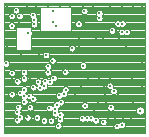
<source format=gbr>
G04 DipTrace 3.3.1.0*
G04 Ground-L2.gbr*
%MOMM*%
G04 #@! TF.FileFunction,Copper,L2,Inr*
G04 #@! TF.Part,Single*
G04 #@! TA.AperFunction,Conductor*
%ADD13C,0.153*%
G04 #@! TA.AperFunction,CopperBalancing*
%ADD16C,0.1*%
G04 #@! TA.AperFunction,ViaPad*
%ADD66C,0.306*%
%FSLAX35Y35*%
G04*
G71*
G90*
G75*
G01*
G04 Inner1*
%LPD*%
X598770Y663683D2*
D13*
X596000D1*
X159000Y959193D2*
Y971947D1*
D66*
X711757Y263457D3*
X598770Y663683D3*
X159000Y959193D3*
X611000Y844000D3*
X276087Y418913D3*
X235210Y879363D3*
X160000Y1020853D3*
X167953Y370000D3*
X160000Y1020853D3*
X1180000Y221267D3*
X272430Y1029283D3*
X509473Y291960D3*
X944610Y899110D3*
X984263Y89297D3*
X868120Y124183D3*
X804967Y138330D3*
X768527Y155850D3*
X689643Y154980D3*
X728773Y155853D3*
X330620Y414283D3*
X444087Y974937D3*
Y1061433D3*
X284000Y992000D3*
X94917Y1020823D3*
X92337Y940177D3*
X199983Y296187D3*
X367640Y427360D3*
X660050Y955727D3*
X708000Y1064000D3*
X140907Y469397D3*
X197837Y342837D3*
X1028000Y100000D3*
X140993Y208007D3*
X368000Y136000D3*
X426497Y135290D3*
X503887Y146703D3*
X474857Y270850D3*
X991500Y956770D3*
X1026540Y887000D3*
X275690Y320690D3*
X1030723Y957223D3*
X1067580Y886673D3*
X533633Y361273D3*
X496377Y348623D3*
X414940Y463483D3*
X374380Y470620D3*
X316717Y464673D3*
X243603Y343150D3*
X439113Y644403D3*
X466827Y934597D3*
X309133Y161363D3*
X459340Y235660D3*
X925000Y430620D3*
X462007Y197333D3*
X956000Y388000D3*
X505300Y186047D3*
X932000Y248000D3*
X284000Y952000D3*
X603710Y748663D3*
X413660Y243330D3*
X226927Y162927D3*
X383807Y691417D3*
X43017Y859883D3*
X75017D3*
X44927Y619730D3*
X150000Y250000D3*
X50000Y165000D3*
X140000Y50000D3*
Y140000D3*
X165000Y165000D3*
X487617Y92383D3*
X400000Y595000D3*
Y545000D3*
X280000Y50000D3*
X95000Y485000D3*
X45000Y540000D3*
X520000Y50000D3*
X321790Y692017D3*
X198047Y398690D3*
X835000Y1045000D3*
X130000Y1070000D3*
X835000Y1005000D3*
X550197Y398883D3*
X95000Y360000D3*
X197947Y492577D3*
X95000Y540000D3*
X503577Y545000D3*
X246090Y494670D3*
X350000Y595000D3*
X447473Y497527D3*
X546300Y548837D3*
X249640Y248610D3*
X170000Y695000D3*
X375243Y319800D3*
X500000Y395000D3*
Y445000D3*
X50000Y280000D3*
X45000Y575000D3*
Y505000D3*
X198003Y547657D3*
X900000Y870000D3*
X1000000Y830000D3*
X865000Y915000D3*
X870000Y830000D3*
X1060000Y770000D3*
X1100000Y730000D3*
X985000Y880000D3*
X1000000Y775000D3*
X995000Y355000D3*
X890000Y290000D3*
X1110000Y605000D3*
Y665000D3*
X1040000Y395000D3*
X1110000Y500000D3*
X820467Y292110D3*
X1029520Y600773D3*
X939640Y671423D3*
X1028457Y671760D3*
X1028893Y518687D3*
X809183Y828687D3*
X927847Y600390D3*
X870953Y599147D3*
X832557Y491927D3*
X788873Y453470D3*
X923657Y492950D3*
X750967Y681167D3*
X678497Y505567D3*
X881137Y350073D3*
X653350Y608123D3*
X671550Y324427D3*
X834837Y174527D3*
X630170Y362523D3*
X632153Y577193D3*
X905183Y146873D3*
X787903Y215367D3*
X968643Y147113D3*
X704667Y963530D3*
X880460Y674060D3*
X1103057Y146933D3*
X1037847Y147147D3*
X1116960Y297403D3*
X1103240Y238870D3*
X661680Y829730D3*
X50000Y760000D3*
Y50000D3*
X380000D3*
X50000Y665000D3*
Y380000D3*
X881647Y242757D3*
X755477Y261880D3*
X970500Y237050D3*
X1018940Y237017D3*
X725607Y390190D3*
X719827Y323330D3*
X677423Y422013D3*
X871747Y428960D3*
X666160Y756340D3*
X743430Y492620D3*
X643617Y913907D3*
X808770Y682927D3*
X642510Y705313D3*
X697763Y658167D3*
X1030000Y1110000D3*
X930000D3*
X1120000D3*
X1200000D3*
X700000D3*
X785000D3*
X585000D3*
X50000Y1010000D3*
Y910000D3*
X400000Y1110000D3*
X505000D3*
X220000D3*
X300000D3*
X50000D3*
X697017Y602090D3*
X1200000Y520000D3*
X403003Y850353D3*
X1200000Y620000D3*
Y710000D3*
X335140Y850250D3*
X1200000Y430047D3*
X197170Y191900D3*
X1200000Y300000D3*
X1160000D3*
Y140000D3*
X1200000D3*
Y810000D3*
Y910000D3*
Y1010000D3*
X620000Y50000D3*
X720000D3*
X1200000D3*
X1110000D3*
X920000D3*
X1020000D3*
X820000D3*
X31010Y1120333D2*
D16*
X1218990D1*
X31010Y1110667D2*
X1218990D1*
X31010Y1101000D2*
X1218990D1*
X31010Y1091333D2*
X109810D1*
X150190D2*
X331003D1*
X598997D2*
X698247D1*
X717747D2*
X1218990D1*
X31010Y1081667D2*
X102780D1*
X157220D2*
X331003D1*
X598997D2*
X684380D1*
X731617D2*
X1218990D1*
X31010Y1072000D2*
X100377D1*
X159623D2*
X331003D1*
X598997D2*
X679440D1*
X736557D2*
X824263D1*
X845737D2*
X1218990D1*
X31010Y1062333D2*
X101333D1*
X158667D2*
X331003D1*
X598997D2*
X678347D1*
X737650D2*
X811120D1*
X858880D2*
X1218990D1*
X31010Y1052667D2*
X106120D1*
X153880D2*
X254790D1*
X290073D2*
X331003D1*
X598997D2*
X680630D1*
X735367D2*
X806333D1*
X863667D2*
X1218990D1*
X31010Y1043000D2*
X75690D1*
X114133D2*
X119263D1*
X179253D2*
X246217D1*
X298647D2*
X331003D1*
X598997D2*
X687447D1*
X728570D2*
X805377D1*
X864623D2*
X1218990D1*
X31010Y1033333D2*
X68093D1*
X121753D2*
X133150D1*
X186850D2*
X243013D1*
X301850D2*
X331003D1*
X598997D2*
X807780D1*
X862220D2*
X1218990D1*
X31010Y1023667D2*
X65357D1*
X124467D2*
X130437D1*
X189563D2*
X243287D1*
X301577D2*
X331003D1*
X598997D2*
X812193D1*
X857807D2*
X1218990D1*
X31010Y1014000D2*
X66040D1*
X123803D2*
X131140D1*
X188860D2*
X247133D1*
X303430D2*
X331003D1*
X598997D2*
X806743D1*
X863257D2*
X1218990D1*
X31010Y1004333D2*
X70437D1*
X119407D2*
X135533D1*
X184467D2*
X257077D1*
X310913D2*
X331003D1*
X598997D2*
X805300D1*
X864700D2*
X1218990D1*
X31010Y994667D2*
X82097D1*
X107730D2*
X147253D1*
X172747D2*
X254420D1*
X313570D2*
X331003D1*
X598997D2*
X807233D1*
X862767D2*
X1218990D1*
X31010Y985000D2*
X255163D1*
X312827D2*
X331003D1*
X598997D2*
X813423D1*
X856577D2*
X985320D1*
X997670D2*
X1022507D1*
X1038940D2*
X1218990D1*
X31010Y975333D2*
X259633D1*
X308373D2*
X331003D1*
X598997D2*
X638093D1*
X682007D2*
X968620D1*
X1053980D2*
X1218990D1*
X31010Y965667D2*
X78150D1*
X106517D2*
X257760D1*
X310230D2*
X331003D1*
X598997D2*
X632133D1*
X687983D2*
X963210D1*
X1059153D2*
X1218990D1*
X31010Y956000D2*
X67390D1*
X117280D2*
X254577D1*
X313413D2*
X331003D1*
X598997D2*
X630357D1*
X689740D2*
X961803D1*
X1060403D2*
X1218990D1*
X31010Y946333D2*
X63307D1*
X121360D2*
X254870D1*
X313140D2*
X331003D1*
X598997D2*
X631940D1*
X688177D2*
X963757D1*
X1058277D2*
X1218990D1*
X31010Y936667D2*
X62857D1*
X121830D2*
X258737D1*
X309253D2*
X331003D1*
X598997D2*
X637583D1*
X682513D2*
X970027D1*
X1051753D2*
X1218990D1*
X31010Y927000D2*
X65847D1*
X118843D2*
X126003D1*
X258997D2*
X268913D1*
X299097D2*
X331003D1*
X598997D2*
X936843D1*
X952377D2*
X1218990D1*
X31010Y917333D2*
X73970D1*
X110717D2*
X126003D1*
X258997D2*
X331003D1*
X598997D2*
X921430D1*
X967787D2*
X1218990D1*
X31010Y907667D2*
X126003D1*
X258997D2*
X331003D1*
X598997D2*
X916217D1*
X973003D2*
X1005630D1*
X1088157D2*
X1218990D1*
X31010Y898000D2*
X126003D1*
X258997D2*
X331003D1*
X598997D2*
X914927D1*
X974290D2*
X999030D1*
X1094957D2*
X1218990D1*
X31010Y888333D2*
X126003D1*
X263470D2*
X917017D1*
X972200D2*
X996860D1*
X1097240D2*
X1218990D1*
X31010Y878667D2*
X126003D1*
X264897D2*
X923463D1*
X965757D2*
X998073D1*
X1096147D2*
X1218990D1*
X31010Y869000D2*
X126003D1*
X262983D2*
X1003190D1*
X1091187D2*
X1218990D1*
X31010Y859333D2*
X126003D1*
X258997D2*
X1017917D1*
X1035170D2*
X1057857D1*
X1077320D2*
X1218990D1*
X31010Y849667D2*
X126003D1*
X258997D2*
X1218990D1*
X31010Y840000D2*
X126003D1*
X258997D2*
X1218990D1*
X31010Y830333D2*
X126003D1*
X258997D2*
X1218990D1*
X31010Y820667D2*
X126003D1*
X258997D2*
X1218990D1*
X31010Y811000D2*
X126003D1*
X258997D2*
X1218990D1*
X31010Y801333D2*
X126003D1*
X258997D2*
X1218990D1*
X31010Y791667D2*
X126003D1*
X258997D2*
X1218990D1*
X31010Y782000D2*
X126003D1*
X258997D2*
X1218990D1*
X31010Y772333D2*
X126003D1*
X258997D2*
X586470D1*
X620930D2*
X1218990D1*
X31010Y762667D2*
X126003D1*
X258997D2*
X577663D1*
X629760D2*
X1218990D1*
X31010Y753000D2*
X126003D1*
X258997D2*
X574343D1*
X633080D2*
X1218990D1*
X31010Y743333D2*
X126003D1*
X258997D2*
X574517D1*
X632903D2*
X1218990D1*
X31010Y733667D2*
X578247D1*
X629173D2*
X1218990D1*
X31010Y724000D2*
X588033D1*
X619390D2*
X1218990D1*
X31010Y714333D2*
X365533D1*
X402083D2*
X1218990D1*
X31010Y704667D2*
X357350D1*
X410267D2*
X1218990D1*
X31010Y695000D2*
X354323D1*
X413277D2*
X1218990D1*
X31010Y685333D2*
X354753D1*
X412847D2*
X1218990D1*
X31010Y675667D2*
X358813D1*
X408803D2*
X1218990D1*
X31010Y666000D2*
X369480D1*
X398140D2*
X419207D1*
X459017D2*
X1218990D1*
X31010Y656333D2*
X412017D1*
X466223D2*
X1218990D1*
X55833Y646667D2*
X409497D1*
X468723D2*
X1218990D1*
X68843Y637000D2*
X410377D1*
X467847D2*
X1218990D1*
X73607Y627333D2*
X415043D1*
X463177D2*
X682370D1*
X711673D2*
X1218990D1*
X74543Y617667D2*
X381393D1*
X418607D2*
X427680D1*
X450540D2*
X671920D1*
X722123D2*
X1218990D1*
X72123Y608000D2*
X373403D1*
X426597D2*
X667937D1*
X726107D2*
X1218990D1*
X65053Y598333D2*
X370493D1*
X429507D2*
X667563D1*
X726480D2*
X1218990D1*
X31010Y588667D2*
X371003D1*
X428997D2*
X670650D1*
X723393D2*
X1218990D1*
X31010Y579000D2*
X375180D1*
X424820D2*
X678970D1*
X715053D2*
X1218990D1*
X31010Y569333D2*
X178190D1*
X217807D2*
X383777D1*
X416223D2*
X525200D1*
X567397D2*
X1218990D1*
X31010Y559667D2*
X73093D1*
X116907D2*
X170943D1*
X225073D2*
X374323D1*
X425677D2*
X518717D1*
X573880D2*
X1218990D1*
X31010Y550000D2*
X67097D1*
X122903D2*
X168403D1*
X227610D2*
X370747D1*
X429253D2*
X516627D1*
X575970D2*
X1218990D1*
X31010Y540333D2*
X65300D1*
X124700D2*
X169243D1*
X226753D2*
X370690D1*
X429310D2*
X517897D1*
X574700D2*
X1218990D1*
X31010Y530667D2*
X66860D1*
X123140D2*
X173873D1*
X222143D2*
X374127D1*
X425873D2*
X523073D1*
X569507D2*
X1218990D1*
X31010Y521000D2*
X72487D1*
X117513D2*
X186373D1*
X209643D2*
X383267D1*
X416733D2*
X429967D1*
X464993D2*
X538307D1*
X554290D2*
X1218990D1*
X31010Y511333D2*
X92623D1*
X97377D2*
X175220D1*
X220677D2*
X421313D1*
X473627D2*
X1218990D1*
X31010Y501667D2*
X169733D1*
X226167D2*
X418073D1*
X476870D2*
X1218990D1*
X31010Y492000D2*
X122213D1*
X159583D2*
X168247D1*
X227650D2*
X306940D1*
X326497D2*
X354223D1*
X394527D2*
X410710D1*
X476633D2*
X1218990D1*
X31010Y482333D2*
X114283D1*
X225757D2*
X293093D1*
X340347D2*
X347173D1*
X472827D2*
X1218990D1*
X31010Y472667D2*
X111393D1*
X170423D2*
X176277D1*
X219623D2*
X288150D1*
X462807D2*
X1218990D1*
X31010Y463000D2*
X111920D1*
X169877D2*
X287057D1*
X444643D2*
X1218990D1*
X31010Y453333D2*
X116120D1*
X165697D2*
X289360D1*
X344077D2*
X350473D1*
X442787D2*
X906450D1*
X943550D2*
X1218990D1*
X31010Y443667D2*
X127193D1*
X154623D2*
X260553D1*
X337280D2*
X343030D1*
X436693D2*
X898443D1*
X951557D2*
X1218990D1*
X31010Y434000D2*
X250670D1*
X301497D2*
X308760D1*
X396557D2*
X895493D1*
X954507D2*
X1218990D1*
X31010Y424333D2*
X184167D1*
X211927D2*
X246900D1*
X397180D2*
X535923D1*
X564467D2*
X896003D1*
X953997D2*
X1218990D1*
X31010Y414667D2*
X173210D1*
X222883D2*
X246707D1*
X394390D2*
X525220D1*
X575170D2*
X900143D1*
X967610D2*
X1218990D1*
X31010Y405000D2*
X169050D1*
X227043D2*
X249987D1*
X386633D2*
X521157D1*
X579233D2*
X911060D1*
X980130D2*
X1218990D1*
X31010Y395333D2*
X153463D1*
X227553D2*
X258717D1*
X293450D2*
X308073D1*
X353177D2*
X520710D1*
X579680D2*
X927253D1*
X984740D2*
X1218990D1*
X31010Y385667D2*
X81157D1*
X108843D2*
X142917D1*
X224623D2*
X327427D1*
X333803D2*
X517507D1*
X576673D2*
X926393D1*
X985600D2*
X1218990D1*
X31010Y376000D2*
X70180D1*
X119820D2*
X138893D1*
X216617D2*
X486763D1*
X568510D2*
X928930D1*
X983080D2*
X1218990D1*
X31010Y366333D2*
X66003D1*
X123997D2*
X138483D1*
X215327D2*
X225690D1*
X261517D2*
X472800D1*
X562883D2*
X936177D1*
X975813D2*
X1218990D1*
X31010Y356667D2*
X65493D1*
X124507D2*
X141530D1*
X269917D2*
X467820D1*
X562963D2*
X1218990D1*
X31010Y347000D2*
X68403D1*
X121597D2*
X149790D1*
X288157D2*
X466723D1*
X559527D2*
X1218990D1*
X31010Y337333D2*
X76393D1*
X113607D2*
X168677D1*
X300073D2*
X468990D1*
X550463D2*
X1218990D1*
X31010Y327667D2*
X172467D1*
X304527D2*
X475767D1*
X516987D2*
X1218990D1*
X31010Y318000D2*
X180337D1*
X219643D2*
X228777D1*
X305267D2*
X496413D1*
X522533D2*
X1218990D1*
X31010Y308333D2*
X172973D1*
X226987D2*
X248793D1*
X302593D2*
X484907D1*
X534037D2*
X1218990D1*
X31010Y298667D2*
X170397D1*
X229583D2*
X256293D1*
X295093D2*
X466783D1*
X538373D2*
X1218990D1*
X31010Y289000D2*
X171197D1*
X228763D2*
X451627D1*
X539017D2*
X697663D1*
X725833D2*
X1218990D1*
X31010Y279333D2*
X175747D1*
X224213D2*
X446430D1*
X536243D2*
X686843D1*
X736673D2*
X1218990D1*
X31010Y269667D2*
X128093D1*
X171907D2*
X188013D1*
X211947D2*
X229147D1*
X270150D2*
X401257D1*
X426070D2*
X445180D1*
X528550D2*
X682740D1*
X740777D2*
X912173D1*
X951830D2*
X1218990D1*
X31010Y260000D2*
X122097D1*
X177903D2*
X222290D1*
X276987D2*
X389303D1*
X438020D2*
X443143D1*
X502437D2*
X682270D1*
X741243D2*
X904927D1*
X959077D2*
X1218990D1*
X31010Y250333D2*
X120300D1*
X179700D2*
X219987D1*
X279290D2*
X384830D1*
X495930D2*
X685240D1*
X738277D2*
X902390D1*
X961597D2*
X1159107D1*
X1200483D2*
X1218990D1*
X31010Y240667D2*
X121860D1*
X178140D2*
X221060D1*
X278217D2*
X384087D1*
X488607D2*
X693307D1*
X730210D2*
X903247D1*
X960757D2*
X1149633D1*
X1209957D2*
X1218990D1*
X31010Y231000D2*
X122820D1*
X172513D2*
X225983D1*
X273293D2*
X386743D1*
X488667D2*
X907877D1*
X956127D2*
X1145180D1*
X31010Y221333D2*
X114577D1*
X167417D2*
X239713D1*
X259563D2*
X394223D1*
X485210D2*
X920397D1*
X943607D2*
X1143793D1*
X31010Y211667D2*
X111530D1*
X170463D2*
X436140D1*
X519233D2*
X1145220D1*
X31010Y202000D2*
X111920D1*
X170053D2*
X432680D1*
X530150D2*
X1149733D1*
X1209857D2*
X1218990D1*
X31010Y192333D2*
X115943D1*
X174760D2*
X432740D1*
X534310D2*
X1159420D1*
X1200170D2*
X1218990D1*
X31010Y182667D2*
X126510D1*
X188627D2*
X205083D1*
X248763D2*
X288893D1*
X329370D2*
X436333D1*
X534800D2*
X681080D1*
X698197D2*
X717543D1*
X740013D2*
X757310D1*
X779760D2*
X1218990D1*
X31010Y173000D2*
X136430D1*
X193570D2*
X199050D1*
X254800D2*
X281900D1*
X336360D2*
X445787D1*
X531870D2*
X666313D1*
X792533D2*
X1218990D1*
X31010Y163333D2*
X122290D1*
X256617D2*
X279497D1*
X338763D2*
X358247D1*
X377747D2*
X419400D1*
X433607D2*
X479497D1*
X528277D2*
X661177D1*
X820053D2*
X1218990D1*
X31010Y153667D2*
X113757D1*
X192377D2*
X198747D1*
X255093D2*
X280493D1*
X337787D2*
X344380D1*
X391617D2*
X403443D1*
X449543D2*
X475043D1*
X532730D2*
X659967D1*
X830230D2*
X1218990D1*
X31010Y144000D2*
X110573D1*
X185560D2*
X204360D1*
X249507D2*
X285280D1*
X332983D2*
X339440D1*
X454837D2*
X474323D1*
X533450D2*
X662133D1*
X834097D2*
X846353D1*
X889877D2*
X1218990D1*
X31010Y134333D2*
X110867D1*
X169133D2*
X223463D1*
X230407D2*
X298483D1*
X319780D2*
X338347D1*
X456187D2*
X476997D1*
X530777D2*
X668717D1*
X834390D2*
X840280D1*
X895970D2*
X1218990D1*
X31010Y124667D2*
X114733D1*
X165267D2*
X340630D1*
X454153D2*
X484497D1*
X523277D2*
X778737D1*
X831207D2*
X838407D1*
X897807D2*
X1012330D1*
X1043667D2*
X1218990D1*
X31010Y115000D2*
X124907D1*
X155093D2*
X347447D1*
X388570D2*
X405200D1*
X447787D2*
X468950D1*
X506283D2*
X787253D1*
X822690D2*
X839927D1*
X896303D2*
X970493D1*
X1053470D2*
X1218990D1*
X31010Y105333D2*
X461003D1*
X514233D2*
X845473D1*
X890757D2*
X959460D1*
X1057200D2*
X1218990D1*
X31010Y95667D2*
X458110D1*
X517123D2*
X863873D1*
X872357D2*
X955280D1*
X1057377D2*
X1218990D1*
X31010Y86000D2*
X458640D1*
X516597D2*
X954753D1*
X1054057D2*
X1218990D1*
X31010Y76333D2*
X462820D1*
X512417D2*
X957663D1*
X1045230D2*
X1218990D1*
X31010Y66667D2*
X473873D1*
X501360D2*
X965610D1*
X1002923D2*
X1218990D1*
X31010Y57000D2*
X1218990D1*
X31010Y47333D2*
X1218990D1*
X31010Y37667D2*
X1218990D1*
X412417Y689163D2*
X411713Y684717D1*
X410323Y680433D1*
X408277Y676420D1*
X405630Y672777D1*
X402447Y669593D1*
X398803Y666947D1*
X394790Y664900D1*
X390507Y663510D1*
X386060Y662807D1*
X381553D1*
X377107Y663510D1*
X372823Y664900D1*
X368810Y666947D1*
X365167Y669593D1*
X361983Y672777D1*
X359337Y676420D1*
X357290Y680433D1*
X355900Y684717D1*
X355197Y689163D1*
Y693670D1*
X355900Y698117D1*
X357290Y702400D1*
X359337Y706413D1*
X361983Y710057D1*
X365167Y713240D1*
X368810Y715887D1*
X372823Y717933D1*
X377107Y719323D1*
X381553Y720027D1*
X386060D1*
X390507Y719323D1*
X394790Y717933D1*
X398803Y715887D1*
X402447Y713240D1*
X405630Y710057D1*
X408277Y706413D1*
X410323Y702400D1*
X411713Y698117D1*
X412417Y693670D1*
Y689163D1*
X73537Y617477D2*
X72833Y613030D1*
X71443Y608747D1*
X69397Y604733D1*
X66750Y601090D1*
X63567Y597907D1*
X59923Y595260D1*
X55910Y593213D1*
X51627Y591823D1*
X47180Y591120D1*
X42673D1*
X38227Y591823D1*
X33943Y593213D1*
X30000Y595220D1*
Y30020D1*
X1219980Y30000D1*
X1220000Y1129980D1*
X30020Y1130000D1*
X30000Y644237D1*
X33943Y646247D1*
X38227Y647637D1*
X42673Y648340D1*
X47180D1*
X51627Y647637D1*
X55910Y646247D1*
X59923Y644200D1*
X63567Y641553D1*
X66750Y638370D1*
X69397Y634727D1*
X71443Y630713D1*
X72833Y626430D1*
X73537Y621983D1*
Y617477D1*
X178610Y247747D2*
X177907Y243300D1*
X176517Y239017D1*
X174470Y235003D1*
X171823Y231360D1*
X168640Y228177D1*
X164997Y225530D1*
X164097Y225027D1*
X166567Y221037D1*
X168290Y216877D1*
X169340Y212497D1*
X169693Y208007D1*
X169340Y203517D1*
X168290Y199137D1*
X166567Y194977D1*
X165847Y193693D1*
X169490Y193347D1*
X173870Y192297D1*
X178030Y190573D1*
X181870Y188220D1*
X185293Y185293D1*
X188220Y181870D1*
X190573Y178030D1*
X192297Y173870D1*
X193347Y169490D1*
X193700Y165000D1*
X193347Y160510D1*
X192297Y156130D1*
X190573Y151970D1*
X188220Y148130D1*
X185293Y144707D1*
X181870Y141780D1*
X178030Y139427D1*
X173870Y137703D1*
X169490Y136653D1*
X168483Y136533D1*
X167907Y133300D1*
X166517Y129017D1*
X164470Y125003D1*
X161823Y121360D1*
X158640Y118177D1*
X154997Y115530D1*
X150983Y113483D1*
X146700Y112093D1*
X142253Y111390D1*
X137747D1*
X133300Y112093D1*
X129017Y113483D1*
X125003Y115530D1*
X121360Y118177D1*
X118177Y121360D1*
X115530Y125003D1*
X113483Y129017D1*
X112093Y133300D1*
X111390Y137747D1*
Y142253D1*
X112093Y146700D1*
X113483Y150983D1*
X115530Y154997D1*
X118177Y158640D1*
X121360Y161823D1*
X125003Y164470D1*
X129017Y166517D1*
X133300Y167907D1*
X136517Y168467D1*
X137093Y171700D1*
X138483Y175983D1*
X140147Y179313D1*
X136503Y179660D1*
X132123Y180710D1*
X127963Y182433D1*
X124123Y184787D1*
X120700Y187713D1*
X117773Y191137D1*
X115420Y194977D1*
X113697Y199137D1*
X112647Y203517D1*
X112293Y208007D1*
X112647Y212497D1*
X113697Y216877D1*
X115420Y221037D1*
X117773Y224877D1*
X120700Y228300D1*
X124123Y231227D1*
X126897Y232980D1*
X124427Y236970D1*
X122703Y241130D1*
X121653Y245510D1*
X121300Y250000D1*
X121653Y254490D1*
X122703Y258870D1*
X124427Y263030D1*
X126780Y266870D1*
X129707Y270293D1*
X133130Y273220D1*
X136970Y275573D1*
X141130Y277297D1*
X145510Y278347D1*
X150000Y278700D1*
X154490Y278347D1*
X158870Y277297D1*
X163030Y275573D1*
X166870Y273220D1*
X170293Y270293D1*
X173220Y266870D1*
X175573Y263030D1*
X177297Y258870D1*
X178347Y254490D1*
X178700Y250000D1*
X178610Y247747D1*
X516227Y90130D2*
X515523Y85683D1*
X514133Y81400D1*
X512087Y77387D1*
X509440Y73743D1*
X506257Y70560D1*
X502613Y67913D1*
X498600Y65867D1*
X494317Y64477D1*
X489870Y63773D1*
X485363D1*
X480917Y64477D1*
X476633Y65867D1*
X472620Y67913D1*
X468977Y70560D1*
X465793Y73743D1*
X463147Y77387D1*
X461100Y81400D1*
X459710Y85683D1*
X459007Y90130D1*
Y94637D1*
X459710Y99083D1*
X461100Y103367D1*
X463147Y107380D1*
X465793Y111023D1*
X468977Y114207D1*
X472620Y116853D1*
X476633Y118900D1*
X480917Y120290D1*
X485363Y120993D1*
X489870D1*
X491537Y120797D1*
X488890Y122233D1*
X485247Y124880D1*
X482063Y128063D1*
X479417Y131707D1*
X477370Y135720D1*
X475980Y140003D1*
X475277Y144450D1*
Y148957D1*
X475980Y153403D1*
X477370Y157687D1*
X479417Y161700D1*
X482063Y165343D1*
X483730Y167123D1*
X480830Y171050D1*
X479133Y174303D1*
X475037Y171760D1*
X470877Y170037D1*
X466497Y168987D1*
X462007Y168633D1*
X457517Y168987D1*
X453137Y170037D1*
X448977Y171760D1*
X445137Y174113D1*
X441713Y177040D1*
X438787Y180463D1*
X436433Y184303D1*
X434710Y188463D1*
X433660Y192843D1*
X433307Y197333D1*
X433660Y201823D1*
X434710Y206203D1*
X436433Y210363D1*
X438787Y214203D1*
X439413Y214997D1*
X436120Y218790D1*
X433697Y222783D1*
X430530Y220110D1*
X426690Y217757D1*
X422530Y216033D1*
X418150Y214983D1*
X413660Y214630D1*
X409170Y214983D1*
X404790Y216033D1*
X400630Y217757D1*
X396790Y220110D1*
X393367Y223037D1*
X390440Y226460D1*
X388087Y230300D1*
X386363Y234460D1*
X385313Y238840D1*
X384960Y243330D1*
X385313Y247820D1*
X386363Y252200D1*
X388087Y256360D1*
X390440Y260200D1*
X393367Y263623D1*
X396790Y266550D1*
X400630Y268903D1*
X404790Y270627D1*
X409170Y271677D1*
X413660Y272030D1*
X418150Y271677D1*
X422530Y270627D1*
X426690Y268903D1*
X430530Y266550D1*
X433953Y263623D1*
X436880Y260200D1*
X439303Y256207D1*
X442470Y258880D1*
X446310Y261233D1*
X447613Y261833D1*
X446510Y266360D1*
X446157Y270850D1*
X446510Y275340D1*
X447560Y279720D1*
X449283Y283880D1*
X451637Y287720D1*
X454563Y291143D1*
X457987Y294070D1*
X461827Y296423D1*
X465987Y298147D1*
X470367Y299197D1*
X474857Y299550D1*
X479347Y299197D1*
X481583Y298750D1*
X482957Y302943D1*
X485003Y306957D1*
X487650Y310600D1*
X490833Y313783D1*
X494477Y316430D1*
X498490Y318477D1*
X502773Y319867D1*
X507220Y320570D1*
X511727D1*
X516173Y319867D1*
X520457Y318477D1*
X524470Y316430D1*
X528113Y313783D1*
X531297Y310600D1*
X533943Y306957D1*
X535990Y302943D1*
X537380Y298660D1*
X538083Y294213D1*
Y289707D1*
X537380Y285260D1*
X535990Y280977D1*
X533943Y276963D1*
X531297Y273320D1*
X528113Y270137D1*
X524470Y267490D1*
X520457Y265443D1*
X516173Y264053D1*
X511727Y263350D1*
X507220D1*
X502747Y264060D1*
X501373Y259867D1*
X499327Y255853D1*
X496680Y252210D1*
X493497Y249027D1*
X489853Y246380D1*
X486583Y244677D1*
X487687Y240150D1*
X488040Y235660D1*
X487687Y231170D1*
X486637Y226790D1*
X484913Y222630D1*
X482560Y218790D1*
X481933Y217997D1*
X485227Y214203D1*
X487580Y210363D1*
X488173Y209077D1*
X492270Y211620D1*
X496430Y213343D1*
X500810Y214393D1*
X505300Y214747D1*
X509790Y214393D1*
X514170Y213343D1*
X518330Y211620D1*
X522170Y209267D1*
X525593Y206340D1*
X528520Y202917D1*
X530873Y199077D1*
X532597Y194917D1*
X533647Y190537D1*
X534000Y186047D1*
X533647Y181557D1*
X532597Y177177D1*
X530873Y173017D1*
X528520Y169177D1*
X525457Y165627D1*
X528357Y161700D1*
X530403Y157687D1*
X531793Y153403D1*
X532497Y148957D1*
Y144450D1*
X531793Y140003D1*
X530403Y135720D1*
X528357Y131707D1*
X525710Y128063D1*
X522527Y124880D1*
X518883Y122233D1*
X514870Y120187D1*
X510587Y118797D1*
X506140Y118093D1*
X501633D1*
X499967Y118290D1*
X502613Y116853D1*
X506257Y114207D1*
X509440Y111023D1*
X512087Y107380D1*
X514133Y103367D1*
X515523Y99083D1*
X516227Y94637D1*
Y90130D1*
X428610Y592747D2*
X427907Y588300D1*
X426517Y584017D1*
X424470Y580003D1*
X421823Y576360D1*
X418640Y573177D1*
X414997Y570530D1*
X414067Y570010D1*
X416870Y568220D1*
X420293Y565293D1*
X423220Y561870D1*
X425573Y558030D1*
X427297Y553870D1*
X428347Y549490D1*
X428700Y545000D1*
X428347Y540510D1*
X427297Y536130D1*
X425573Y531970D1*
X423220Y528130D1*
X420293Y524707D1*
X416870Y521780D1*
X413030Y519427D1*
X408870Y517703D1*
X404490Y516653D1*
X400000Y516300D1*
X395510Y516653D1*
X391130Y517703D1*
X386970Y519427D1*
X383130Y521780D1*
X379707Y524707D1*
X376780Y528130D1*
X374427Y531970D1*
X372703Y536130D1*
X371653Y540510D1*
X371300Y545000D1*
X371653Y549490D1*
X372703Y553870D1*
X374427Y558030D1*
X376780Y561870D1*
X379707Y565293D1*
X383130Y568220D1*
X385933Y569990D1*
X383130Y571780D1*
X379707Y574707D1*
X376780Y578130D1*
X374427Y581970D1*
X372703Y586130D1*
X371653Y590510D1*
X371300Y595000D1*
X371653Y599490D1*
X372703Y603870D1*
X374427Y608030D1*
X376780Y611870D1*
X379707Y615293D1*
X383130Y618220D1*
X386970Y620573D1*
X391130Y622297D1*
X395510Y623347D1*
X400000Y623700D1*
X404490Y623347D1*
X408870Y622297D1*
X413030Y620573D1*
X416870Y618220D1*
X420293Y615293D1*
X423220Y611870D1*
X425573Y608030D1*
X427297Y603870D1*
X428347Y599490D1*
X428700Y595000D1*
X428610Y592747D1*
X226657Y396437D2*
X225953Y391990D1*
X224563Y387707D1*
X222517Y383693D1*
X219870Y380050D1*
X216687Y376867D1*
X213043Y374220D1*
X209030Y372173D1*
X204547Y370743D1*
X208820Y369353D1*
X212833Y367307D1*
X216477Y364660D1*
X219660Y361477D1*
X220593Y360293D1*
X223310Y363443D1*
X226733Y366370D1*
X230573Y368723D1*
X234733Y370447D1*
X239113Y371497D1*
X243603Y371850D1*
X248093Y371497D1*
X252473Y370447D1*
X256633Y368723D1*
X260473Y366370D1*
X263897Y363443D1*
X266823Y360020D1*
X269177Y356180D1*
X270900Y352020D1*
X271660Y349100D1*
X275690Y349390D1*
X280180Y349037D1*
X284560Y347987D1*
X288720Y346263D1*
X292560Y343910D1*
X295983Y340983D1*
X298910Y337560D1*
X301263Y333720D1*
X302987Y329560D1*
X304037Y325180D1*
X304390Y320690D1*
X304037Y316200D1*
X302987Y311820D1*
X301263Y307660D1*
X298910Y303820D1*
X295983Y300397D1*
X292560Y297470D1*
X288720Y295117D1*
X284560Y293393D1*
X280180Y292343D1*
X275690Y291990D1*
X271200Y292343D1*
X266820Y293393D1*
X262660Y295117D1*
X258820Y297470D1*
X255397Y300397D1*
X252470Y303820D1*
X250117Y307660D1*
X248393Y311820D1*
X247633Y314740D1*
X243603Y314450D1*
X239113Y314803D1*
X234733Y315853D1*
X230573Y317577D1*
X226733Y319930D1*
X223310Y322857D1*
X220847Y325693D1*
X218130Y322543D1*
X215557Y320287D1*
X218623Y318010D1*
X221807Y314827D1*
X224453Y311183D1*
X226500Y307170D1*
X227890Y302887D1*
X228593Y298440D1*
Y293933D1*
X227890Y289487D1*
X226500Y285203D1*
X224453Y281190D1*
X221807Y277547D1*
X218623Y274363D1*
X214980Y271717D1*
X210967Y269670D1*
X206683Y268280D1*
X202237Y267577D1*
X197730D1*
X193283Y268280D1*
X189000Y269670D1*
X184987Y271717D1*
X181343Y274363D1*
X178160Y277547D1*
X175513Y281190D1*
X173467Y285203D1*
X172077Y289487D1*
X171373Y293933D1*
Y298440D1*
X172077Y302887D1*
X173467Y307170D1*
X175513Y311183D1*
X178160Y314827D1*
X181343Y318010D1*
X182263Y318737D1*
X179197Y321013D1*
X176013Y324197D1*
X173367Y327840D1*
X171320Y331853D1*
X169930Y336137D1*
X169227Y340583D1*
X169197Y341333D1*
X165700Y341390D1*
X161253Y342093D1*
X156970Y343483D1*
X152957Y345530D1*
X149313Y348177D1*
X146130Y351360D1*
X143483Y355003D1*
X141437Y359017D1*
X140047Y363300D1*
X139343Y367747D1*
Y372253D1*
X140047Y376700D1*
X141437Y380983D1*
X143483Y384997D1*
X146130Y388640D1*
X149313Y391823D1*
X152957Y394470D1*
X156970Y396517D1*
X161253Y397907D1*
X165700Y398610D1*
X169347Y398690D1*
X169700Y403180D1*
X170750Y407560D1*
X172473Y411720D1*
X174827Y415560D1*
X177753Y418983D1*
X181177Y421910D1*
X185017Y424263D1*
X189177Y425987D1*
X193557Y427037D1*
X198047Y427390D1*
X202537Y427037D1*
X206917Y425987D1*
X211077Y424263D1*
X214917Y421910D1*
X218340Y418983D1*
X221267Y415560D1*
X223620Y411720D1*
X225343Y407560D1*
X226393Y403180D1*
X226747Y398690D1*
X226657Y396437D1*
X863610Y1042747D2*
X862907Y1038300D1*
X861517Y1034017D1*
X859470Y1030003D1*
X856823Y1026360D1*
X855573Y1025010D1*
X858220Y1021870D1*
X860573Y1018030D1*
X862297Y1013870D1*
X863347Y1009490D1*
X863700Y1005000D1*
X863347Y1000510D1*
X862297Y996130D1*
X860573Y991970D1*
X858220Y988130D1*
X855293Y984707D1*
X851870Y981780D1*
X848030Y979427D1*
X843870Y977703D1*
X839490Y976653D1*
X835000Y976300D1*
X830510Y976653D1*
X826130Y977703D1*
X821970Y979427D1*
X818130Y981780D1*
X814707Y984707D1*
X811780Y988130D1*
X809427Y991970D1*
X807703Y996130D1*
X806653Y1000510D1*
X806300Y1005000D1*
X806653Y1009490D1*
X807703Y1013870D1*
X809427Y1018030D1*
X811780Y1021870D1*
X814427Y1024990D1*
X811780Y1028130D1*
X809427Y1031970D1*
X807703Y1036130D1*
X806653Y1040510D1*
X806300Y1045000D1*
X806653Y1049490D1*
X807703Y1053870D1*
X809427Y1058030D1*
X811780Y1061870D1*
X814707Y1065293D1*
X818130Y1068220D1*
X821970Y1070573D1*
X826130Y1072297D1*
X830510Y1073347D1*
X835000Y1073700D1*
X839490Y1073347D1*
X843870Y1072297D1*
X848030Y1070573D1*
X851870Y1068220D1*
X855293Y1065293D1*
X858220Y1061870D1*
X860573Y1058030D1*
X862297Y1053870D1*
X863347Y1049490D1*
X863700Y1045000D1*
X863610Y1042747D1*
X158610Y1067747D2*
X157907Y1063300D1*
X156517Y1059017D1*
X154470Y1055003D1*
X151823Y1051360D1*
X148640Y1048177D1*
X144997Y1045530D1*
X140983Y1043483D1*
X136700Y1042093D1*
X132253Y1041390D1*
X127747D1*
X123300Y1042093D1*
X119017Y1043483D1*
X115003Y1045530D1*
X111360Y1048177D1*
X108177Y1051360D1*
X105530Y1055003D1*
X103483Y1059017D1*
X102093Y1063300D1*
X101390Y1067747D1*
Y1072253D1*
X102093Y1076700D1*
X103483Y1080983D1*
X105530Y1084997D1*
X108177Y1088640D1*
X111360Y1091823D1*
X115003Y1094470D1*
X119017Y1096517D1*
X123300Y1097907D1*
X127747Y1098610D1*
X132253D1*
X136700Y1097907D1*
X140983Y1096517D1*
X144997Y1094470D1*
X148640Y1091823D1*
X151823Y1088640D1*
X154470Y1084997D1*
X156517Y1080983D1*
X157907Y1076700D1*
X158610Y1072253D1*
Y1067747D1*
X578807Y396630D2*
X578103Y392183D1*
X576713Y387900D1*
X574667Y383887D1*
X572020Y380243D1*
X568837Y377060D1*
X565193Y374413D1*
X561180Y372367D1*
X560247Y372023D1*
X561540Y367973D1*
X562243Y363527D1*
Y359020D1*
X561540Y354573D1*
X560150Y350290D1*
X558103Y346277D1*
X555457Y342633D1*
X552273Y339450D1*
X548630Y336803D1*
X544617Y334757D1*
X540333Y333367D1*
X535887Y332663D1*
X531380D1*
X526933Y333367D1*
X522650Y334757D1*
X521730Y335183D1*
X519597Y331753D1*
X516670Y328330D1*
X513247Y325403D1*
X509407Y323050D1*
X505247Y321327D1*
X500867Y320277D1*
X496377Y319923D1*
X491887Y320277D1*
X487507Y321327D1*
X483347Y323050D1*
X479507Y325403D1*
X476083Y328330D1*
X473157Y331753D1*
X470803Y335593D1*
X469080Y339753D1*
X468030Y344133D1*
X467677Y348623D1*
X468030Y353113D1*
X469080Y357493D1*
X470803Y361653D1*
X473157Y365493D1*
X476083Y368917D1*
X479507Y371843D1*
X483347Y374197D1*
X487507Y375920D1*
X491887Y376970D1*
X496377Y377323D1*
X500867Y376970D1*
X505247Y375920D1*
X508280Y374713D1*
X510413Y378143D1*
X513340Y381567D1*
X516763Y384493D1*
X520603Y386847D1*
X523583Y388133D1*
X522290Y392183D1*
X521587Y396630D1*
Y401137D1*
X522290Y405583D1*
X523680Y409867D1*
X525727Y413880D1*
X528373Y417523D1*
X531557Y420707D1*
X535200Y423353D1*
X539213Y425400D1*
X543497Y426790D1*
X547943Y427493D1*
X552450D1*
X556897Y426790D1*
X561180Y425400D1*
X565193Y423353D1*
X568837Y420707D1*
X572020Y417523D1*
X574667Y413880D1*
X576713Y409867D1*
X578103Y405583D1*
X578807Y401137D1*
Y396630D1*
X123610Y357747D2*
X122907Y353300D1*
X121517Y349017D1*
X119470Y345003D1*
X116823Y341360D1*
X113640Y338177D1*
X109997Y335530D1*
X105983Y333483D1*
X101700Y332093D1*
X97253Y331390D1*
X92747D1*
X88300Y332093D1*
X84017Y333483D1*
X80003Y335530D1*
X76360Y338177D1*
X73177Y341360D1*
X70530Y345003D1*
X68483Y349017D1*
X67093Y353300D1*
X66390Y357747D1*
Y362253D1*
X67093Y366700D1*
X68483Y370983D1*
X70530Y374997D1*
X73177Y378640D1*
X76360Y381823D1*
X80003Y384470D1*
X84017Y386517D1*
X88300Y387907D1*
X92747Y388610D1*
X97253D1*
X101700Y387907D1*
X105983Y386517D1*
X109997Y384470D1*
X113640Y381823D1*
X116823Y378640D1*
X119470Y374997D1*
X121517Y370983D1*
X122907Y366700D1*
X123610Y362253D1*
Y357747D1*
X226557Y490323D2*
X225853Y485877D1*
X224463Y481593D1*
X222417Y477580D1*
X219770Y473937D1*
X216587Y470753D1*
X212943Y468107D1*
X208930Y466060D1*
X204647Y464670D1*
X200200Y463967D1*
X195693D1*
X191247Y464670D1*
X186963Y466060D1*
X182950Y468107D1*
X179307Y470753D1*
X176123Y473937D1*
X173477Y477580D1*
X171430Y481593D1*
X170040Y485877D1*
X169337Y490323D1*
Y494830D1*
X170040Y499277D1*
X171430Y503560D1*
X173477Y507573D1*
X176123Y511217D1*
X179307Y514400D1*
X182950Y517047D1*
X186963Y519093D1*
X189933Y520113D1*
X187020Y521140D1*
X183007Y523187D1*
X179363Y525833D1*
X176180Y529017D1*
X173533Y532660D1*
X171487Y536673D1*
X170097Y540957D1*
X169393Y545403D1*
Y549910D1*
X170097Y554357D1*
X171487Y558640D1*
X173533Y562653D1*
X176180Y566297D1*
X179363Y569480D1*
X183007Y572127D1*
X187020Y574173D1*
X191303Y575563D1*
X195750Y576267D1*
X200257D1*
X204703Y575563D1*
X208987Y574173D1*
X213000Y572127D1*
X216643Y569480D1*
X219827Y566297D1*
X222473Y562653D1*
X224520Y558640D1*
X225910Y554357D1*
X226613Y549910D1*
Y545403D1*
X225910Y540957D1*
X224520Y536673D1*
X222473Y532660D1*
X219827Y529017D1*
X216643Y525833D1*
X213000Y523187D1*
X208987Y521140D1*
X206017Y520120D1*
X208930Y519093D1*
X212943Y517047D1*
X216587Y514400D1*
X219770Y511217D1*
X222417Y507573D1*
X224463Y503560D1*
X225853Y499277D1*
X226557Y494830D1*
Y490323D1*
X123610Y537747D2*
X122907Y533300D1*
X121517Y529017D1*
X119470Y525003D1*
X116823Y521360D1*
X113640Y518177D1*
X109997Y515530D1*
X105983Y513483D1*
X101700Y512093D1*
X97253Y511390D1*
X92747D1*
X88300Y512093D1*
X84017Y513483D1*
X80003Y515530D1*
X76360Y518177D1*
X73177Y521360D1*
X70530Y525003D1*
X68483Y529017D1*
X67093Y533300D1*
X66390Y537747D1*
Y542253D1*
X67093Y546700D1*
X68483Y550983D1*
X70530Y554997D1*
X73177Y558640D1*
X76360Y561823D1*
X80003Y564470D1*
X84017Y566517D1*
X88300Y567907D1*
X92747Y568610D1*
X97253D1*
X101700Y567907D1*
X105983Y566517D1*
X109997Y564470D1*
X113640Y561823D1*
X116823Y558640D1*
X119470Y554997D1*
X121517Y550983D1*
X122907Y546700D1*
X123610Y542253D1*
Y537747D1*
X476083Y495273D2*
X475380Y490827D1*
X473990Y486543D1*
X471943Y482530D1*
X469297Y478887D1*
X466113Y475703D1*
X462470Y473057D1*
X458457Y471010D1*
X454173Y469620D1*
X449727Y468917D1*
X445220D1*
X443063Y469170D1*
X443550Y465737D1*
Y461230D1*
X442847Y456783D1*
X441457Y452500D1*
X439410Y448487D1*
X436763Y444843D1*
X433580Y441660D1*
X429937Y439013D1*
X425923Y436967D1*
X421640Y435577D1*
X417193Y434873D1*
X412687D1*
X408240Y435577D1*
X403957Y436967D1*
X399943Y439013D1*
X396300Y441660D1*
X393117Y444843D1*
X391217Y447367D1*
X389353Y446137D1*
X392110Y442357D1*
X394157Y438343D1*
X395547Y434060D1*
X396250Y429613D1*
Y425107D1*
X395547Y420660D1*
X394157Y416377D1*
X392110Y412363D1*
X389463Y408720D1*
X386280Y405537D1*
X382637Y402890D1*
X378623Y400843D1*
X374340Y399453D1*
X369893Y398750D1*
X365387D1*
X360940Y399453D1*
X356657Y400843D1*
X356107Y401100D1*
X353840Y397413D1*
X350913Y393990D1*
X347490Y391063D1*
X343650Y388710D1*
X339490Y386987D1*
X335110Y385937D1*
X330620Y385583D1*
X326130Y385937D1*
X321750Y386987D1*
X317590Y388710D1*
X313750Y391063D1*
X310327Y393990D1*
X307400Y397413D1*
X305047Y401253D1*
X303323Y405413D1*
X302603Y407930D1*
X300557Y403917D1*
X297910Y400273D1*
X294727Y397090D1*
X291083Y394443D1*
X287070Y392397D1*
X282787Y391007D1*
X278340Y390303D1*
X273833D1*
X269387Y391007D1*
X265103Y392397D1*
X261090Y394443D1*
X257447Y397090D1*
X254263Y400273D1*
X251617Y403917D1*
X249570Y407930D1*
X248180Y412213D1*
X247477Y416660D1*
Y421167D1*
X248180Y425613D1*
X249570Y429897D1*
X251617Y433910D1*
X254263Y437553D1*
X257447Y440737D1*
X261090Y443383D1*
X265103Y445430D1*
X269387Y446820D1*
X273833Y447523D1*
X278340D1*
X282787Y446820D1*
X287070Y445430D1*
X291083Y443383D1*
X294727Y440737D1*
X297910Y437553D1*
X300557Y433910D1*
X302603Y429897D1*
X303993Y425613D1*
X304103Y425267D1*
X306150Y429280D1*
X308797Y432923D1*
X311980Y436107D1*
X312227Y436327D1*
X307847Y437377D1*
X303687Y439100D1*
X299847Y441453D1*
X296423Y444380D1*
X293497Y447803D1*
X291143Y451643D1*
X289420Y455803D1*
X288370Y460183D1*
X288017Y464673D1*
X288370Y469163D1*
X289420Y473543D1*
X291143Y477703D1*
X293497Y481543D1*
X296423Y484967D1*
X299847Y487893D1*
X303687Y490247D1*
X307847Y491970D1*
X312227Y493020D1*
X316717Y493373D1*
X321207Y493020D1*
X325587Y491970D1*
X329747Y490247D1*
X333587Y487893D1*
X337010Y484967D1*
X339937Y481543D1*
X342290Y477703D1*
X344013Y473543D1*
X345063Y469163D1*
X345417Y464673D1*
X345063Y460183D1*
X344013Y455803D1*
X342290Y451643D1*
X339937Y447803D1*
X337010Y444380D1*
X335110Y442630D1*
X339490Y441580D1*
X342153Y440543D1*
X344420Y444230D1*
X347347Y447653D1*
X350770Y450580D1*
X352667Y451843D1*
X349910Y455623D1*
X347863Y459637D1*
X346473Y463920D1*
X345770Y468367D1*
Y472873D1*
X346473Y477320D1*
X347863Y481603D1*
X349910Y485617D1*
X352557Y489260D1*
X355740Y492443D1*
X359383Y495090D1*
X363397Y497137D1*
X367680Y498527D1*
X372127Y499230D1*
X376633D1*
X381080Y498527D1*
X385363Y497137D1*
X389377Y495090D1*
X393020Y492443D1*
X396203Y489260D1*
X398103Y486737D1*
X401910Y489057D1*
X406070Y490780D1*
X410450Y491830D1*
X414940Y492183D1*
X419350Y491840D1*
X418863Y495273D1*
Y499780D1*
X419567Y504227D1*
X420957Y508510D1*
X423003Y512523D1*
X425650Y516167D1*
X428833Y519350D1*
X432477Y521997D1*
X436490Y524043D1*
X440773Y525433D1*
X445220Y526137D1*
X449727D1*
X454173Y525433D1*
X458457Y524043D1*
X462470Y521997D1*
X466113Y519350D1*
X469297Y516167D1*
X471943Y512523D1*
X473990Y508510D1*
X475380Y504227D1*
X476083Y499780D1*
Y495273D1*
X574910Y546583D2*
X574207Y542137D1*
X572813Y537853D1*
X570770Y533840D1*
X568123Y530197D1*
X564937Y527013D1*
X561293Y524363D1*
X557280Y522320D1*
X553000Y520930D1*
X548550Y520223D1*
X544047D1*
X539600Y520930D1*
X535317Y522320D1*
X531303Y524363D1*
X527660Y527013D1*
X524473Y530197D1*
X521827Y533840D1*
X519783Y537853D1*
X518390Y542137D1*
X517687Y546583D1*
Y551087D1*
X518390Y555537D1*
X519783Y559820D1*
X521827Y563830D1*
X524473Y567473D1*
X527660Y570660D1*
X531303Y573307D1*
X535317Y575350D1*
X539600Y576743D1*
X544047Y577447D1*
X548550D1*
X553000Y576743D1*
X557280Y575350D1*
X561293Y573307D1*
X564937Y570660D1*
X568123Y567473D1*
X570770Y563830D1*
X572813Y559820D1*
X574207Y555537D1*
X574910Y551087D1*
Y546583D1*
X278250Y246357D2*
X277547Y241910D1*
X276157Y237627D1*
X274110Y233613D1*
X271463Y229970D1*
X268280Y226787D1*
X264637Y224140D1*
X260623Y222093D1*
X256340Y220703D1*
X251893Y220000D1*
X247387D1*
X242940Y220703D1*
X238657Y222093D1*
X234643Y224140D1*
X231000Y226787D1*
X227817Y229970D1*
X225170Y233613D1*
X223123Y237627D1*
X221733Y241910D1*
X221030Y246357D1*
Y250863D1*
X221733Y255310D1*
X223123Y259593D1*
X225170Y263607D1*
X227817Y267250D1*
X231000Y270433D1*
X234643Y273080D1*
X238657Y275127D1*
X242940Y276517D1*
X247387Y277220D1*
X251893D1*
X256340Y276517D1*
X260623Y275127D1*
X264637Y273080D1*
X268280Y270433D1*
X271463Y267250D1*
X274110Y263607D1*
X276157Y259593D1*
X277547Y255310D1*
X278250Y250863D1*
Y246357D1*
X725627Y599837D2*
X724923Y595390D1*
X723533Y591107D1*
X721487Y587093D1*
X718840Y583450D1*
X715657Y580267D1*
X712013Y577620D1*
X708000Y575573D1*
X703717Y574183D1*
X699270Y573480D1*
X694763D1*
X690317Y574183D1*
X686033Y575573D1*
X682020Y577620D1*
X678377Y580267D1*
X675193Y583450D1*
X672547Y587093D1*
X670500Y591107D1*
X669110Y595390D1*
X668407Y599837D1*
Y604343D1*
X669110Y608790D1*
X670500Y613073D1*
X672547Y617087D1*
X675193Y620730D1*
X678377Y623913D1*
X682020Y626560D1*
X686033Y628607D1*
X690317Y629997D1*
X694763Y630700D1*
X699270D1*
X703717Y629997D1*
X708000Y628607D1*
X712013Y626560D1*
X715657Y623913D1*
X718840Y620730D1*
X721487Y617087D1*
X723533Y613073D1*
X724923Y608790D1*
X725627Y604343D1*
Y599837D1*
X132000Y928000D2*
X258000D1*
Y896810D1*
X259680Y894360D1*
X261727Y890347D1*
X263117Y886063D1*
X263820Y881617D1*
Y877110D1*
X263117Y872663D1*
X261727Y868380D1*
X259680Y864367D1*
X257997Y861947D1*
X258000Y737000D1*
X127000D1*
Y928000D1*
X132000D1*
X337000Y1098000D2*
X598000D1*
Y897000D1*
X332000D1*
Y1098000D1*
X337000D1*
X1213777Y228900D2*
X1214757Y222447D1*
X1214637Y219393D1*
X1213360Y211593D1*
X1212303Y208727D1*
X1208680Y201703D1*
X1206787Y199303D1*
X1201170Y193743D1*
X1198630Y192047D1*
X1191570Y188493D1*
X1188630Y187663D1*
X1180817Y186467D1*
X1177763Y186587D1*
X1169963Y187863D1*
X1167097Y188920D1*
X1160073Y192543D1*
X1157673Y194437D1*
X1152113Y200053D1*
X1150413Y202593D1*
X1146863Y209653D1*
X1146033Y212593D1*
X1144837Y220407D1*
X1144957Y223460D1*
X1146233Y231260D1*
X1147290Y234127D1*
X1150913Y241150D1*
X1152807Y243550D1*
X1158423Y249110D1*
X1160963Y250810D1*
X1168023Y254360D1*
X1170963Y255190D1*
X1178777Y256387D1*
X1181830Y256267D1*
X1189630Y254990D1*
X1192497Y253933D1*
X1199520Y250310D1*
X1201930Y248410D1*
X1207480Y242800D1*
X1209177Y240260D1*
X1212730Y233200D1*
X1213560Y230260D1*
X1213777Y228900D1*
X1214633Y223487D1*
X1212300Y234130D2*
X1213360Y231260D1*
X1213777Y228900D1*
X740367Y261203D2*
X739663Y256757D1*
X738273Y252473D1*
X736227Y248460D1*
X733580Y244817D1*
X730397Y241633D1*
X726753Y238987D1*
X722740Y236940D1*
X718457Y235550D1*
X714010Y234847D1*
X709503D1*
X705057Y235550D1*
X700773Y236940D1*
X696760Y238987D1*
X693117Y241633D1*
X689933Y244817D1*
X687287Y248460D1*
X685240Y252473D1*
X683850Y256757D1*
X683147Y261203D1*
Y265710D1*
X683850Y270157D1*
X685240Y274440D1*
X687287Y278453D1*
X689933Y282097D1*
X693117Y285280D1*
X696760Y287927D1*
X700773Y289973D1*
X705057Y291363D1*
X709503Y292067D1*
X714010D1*
X718457Y291363D1*
X722740Y289973D1*
X726753Y287927D1*
X730397Y285280D1*
X733580Y282097D1*
X736227Y278453D1*
X738273Y274440D1*
X739663Y270157D1*
X740367Y265710D1*
Y261203D1*
X188610Y1018600D2*
X187907Y1014153D1*
X186517Y1009870D1*
X184470Y1005857D1*
X181823Y1002213D1*
X178640Y999030D1*
X174997Y996383D1*
X170983Y994337D1*
X166700Y992947D1*
X162253Y992243D1*
X157747D1*
X153300Y992947D1*
X149017Y994337D1*
X145003Y996383D1*
X141360Y999030D1*
X138177Y1002213D1*
X135530Y1005857D1*
X133483Y1009870D1*
X132093Y1014153D1*
X131390Y1018600D1*
Y1023107D1*
X132093Y1027553D1*
X133483Y1031837D1*
X135530Y1035850D1*
X138177Y1039493D1*
X141360Y1042677D1*
X145003Y1045323D1*
X149017Y1047370D1*
X153300Y1048760D1*
X157747Y1049463D1*
X162253D1*
X166700Y1048760D1*
X170983Y1047370D1*
X174997Y1045323D1*
X178640Y1042677D1*
X181823Y1039493D1*
X184470Y1035850D1*
X186517Y1031837D1*
X187907Y1027553D1*
X188610Y1023107D1*
Y1018600D1*
X187907Y1014153D1*
X186517Y1009870D1*
X184470Y1005857D1*
X181823Y1002213D1*
X178640Y999030D1*
X174997Y996383D1*
X170983Y994337D1*
X166700Y992947D1*
X162253Y992243D1*
X157747D1*
X153300Y992947D1*
X149017Y994337D1*
X145003Y996383D1*
X141360Y999030D1*
X138177Y1002213D1*
X135530Y1005857D1*
X133483Y1009870D1*
X132093Y1014153D1*
X131390Y1018600D1*
Y1023107D1*
X132093Y1027553D1*
X133483Y1031837D1*
X135530Y1035850D1*
X138177Y1039493D1*
X141360Y1042677D1*
X145003Y1045323D1*
X149017Y1047370D1*
X153300Y1048760D1*
X157747Y1049463D1*
X162253D1*
X166700Y1048760D1*
X170983Y1047370D1*
X174997Y1045323D1*
X178640Y1042677D1*
X181823Y1039493D1*
X184470Y1035850D1*
X186517Y1031837D1*
X187907Y1027553D1*
X188610Y1023107D1*
Y1018600D1*
X301040Y1027030D2*
X300337Y1022583D1*
X298947Y1018300D1*
X298293Y1016887D1*
X300870Y1015220D1*
X304293Y1012293D1*
X307220Y1008870D1*
X309573Y1005030D1*
X311297Y1000870D1*
X312347Y996490D1*
X312700Y992000D1*
X312347Y987510D1*
X311297Y983130D1*
X309573Y978970D1*
X307220Y975130D1*
X304573Y972010D1*
X307220Y968870D1*
X309573Y965030D1*
X311297Y960870D1*
X312347Y956490D1*
X312700Y952000D1*
X312347Y947510D1*
X311297Y943130D1*
X309573Y938970D1*
X307220Y935130D1*
X304293Y931707D1*
X300870Y928780D1*
X297030Y926427D1*
X292870Y924703D1*
X288490Y923653D1*
X284000Y923300D1*
X279510Y923653D1*
X275130Y924703D1*
X270970Y926427D1*
X267130Y928780D1*
X263707Y931707D1*
X260780Y935130D1*
X258427Y938970D1*
X256703Y943130D1*
X255653Y947510D1*
X255300Y952000D1*
X255653Y956490D1*
X256703Y960870D1*
X258427Y965030D1*
X260780Y968870D1*
X263427Y971990D1*
X260780Y975130D1*
X258427Y978970D1*
X256703Y983130D1*
X255653Y987510D1*
X255300Y992000D1*
X255653Y996490D1*
X256703Y1000870D1*
X258137Y1004397D1*
X255560Y1006063D1*
X252137Y1008990D1*
X249210Y1012413D1*
X246857Y1016253D1*
X245133Y1020413D1*
X244083Y1024793D1*
X243730Y1029283D1*
X244083Y1033773D1*
X245133Y1038153D1*
X246857Y1042313D1*
X249210Y1046153D1*
X252137Y1049577D1*
X255560Y1052503D1*
X259400Y1054857D1*
X263560Y1056580D1*
X267940Y1057630D1*
X272430Y1057983D1*
X276920Y1057630D1*
X281300Y1056580D1*
X285460Y1054857D1*
X289300Y1052503D1*
X292723Y1049577D1*
X295650Y1046153D1*
X298003Y1042313D1*
X299727Y1038153D1*
X300777Y1033773D1*
X301130Y1029283D1*
X301040Y1027030D1*
X973220Y896857D2*
X972517Y892410D1*
X971127Y888127D1*
X969080Y884113D1*
X966433Y880470D1*
X963250Y877287D1*
X959607Y874640D1*
X955593Y872593D1*
X951310Y871203D1*
X946863Y870500D1*
X942357D1*
X937910Y871203D1*
X933627Y872593D1*
X929613Y874640D1*
X925970Y877287D1*
X922787Y880470D1*
X920140Y884113D1*
X918093Y888127D1*
X916703Y892410D1*
X916000Y896857D1*
Y901363D1*
X916703Y905810D1*
X918093Y910093D1*
X920140Y914107D1*
X922787Y917750D1*
X925970Y920933D1*
X929613Y923580D1*
X933627Y925627D1*
X937910Y927017D1*
X942357Y927720D1*
X946863D1*
X951310Y927017D1*
X955593Y925627D1*
X959607Y923580D1*
X963250Y920933D1*
X966433Y917750D1*
X969080Y914107D1*
X971127Y910093D1*
X972517Y905810D1*
X973220Y901363D1*
Y896857D1*
X1010347Y77377D2*
X1008733Y74300D1*
X1006087Y70657D1*
X1002903Y67473D1*
X999260Y64827D1*
X995247Y62780D1*
X990963Y61390D1*
X986517Y60687D1*
X982010D1*
X977563Y61390D1*
X973280Y62780D1*
X969267Y64827D1*
X965623Y67473D1*
X962440Y70657D1*
X959793Y74300D1*
X957747Y78313D1*
X956357Y82597D1*
X955653Y87043D1*
Y91550D1*
X956357Y95997D1*
X957747Y100280D1*
X959793Y104293D1*
X962440Y107937D1*
X965623Y111120D1*
X969267Y113767D1*
X973280Y115813D1*
X977563Y117203D1*
X982010Y117907D1*
X986517D1*
X990963Y117203D1*
X995247Y115813D1*
X999260Y113767D1*
X1001887Y111920D1*
X1003530Y114997D1*
X1006177Y118640D1*
X1009360Y121823D1*
X1013003Y124470D1*
X1017017Y126517D1*
X1021300Y127907D1*
X1025747Y128610D1*
X1030253D1*
X1034700Y127907D1*
X1038983Y126517D1*
X1042997Y124470D1*
X1046640Y121823D1*
X1049823Y118640D1*
X1052470Y114997D1*
X1054517Y110983D1*
X1055907Y106700D1*
X1056610Y102253D1*
Y97747D1*
X1055907Y93300D1*
X1054517Y89017D1*
X1052470Y85003D1*
X1049823Y81360D1*
X1046640Y78177D1*
X1042997Y75530D1*
X1038983Y73483D1*
X1034700Y72093D1*
X1030253Y71390D1*
X1025747D1*
X1021300Y72093D1*
X1017017Y73483D1*
X1013003Y75530D1*
X1010377Y77377D1*
X896730Y121930D2*
X896027Y117483D1*
X894637Y113200D1*
X892590Y109187D1*
X889943Y105543D1*
X886760Y102360D1*
X883117Y99713D1*
X879103Y97667D1*
X874820Y96277D1*
X870373Y95573D1*
X865867D1*
X861420Y96277D1*
X857137Y97667D1*
X853123Y99713D1*
X849480Y102360D1*
X846297Y105543D1*
X843650Y109187D1*
X841603Y113200D1*
X840213Y117483D1*
X839510Y121930D1*
Y126437D1*
X840213Y130883D1*
X841603Y135167D1*
X843650Y139180D1*
X846297Y142823D1*
X849480Y146007D1*
X853123Y148653D1*
X857137Y150700D1*
X861420Y152090D1*
X865867Y152793D1*
X870373D1*
X874820Y152090D1*
X879103Y150700D1*
X883117Y148653D1*
X886760Y146007D1*
X889943Y142823D1*
X892590Y139180D1*
X894637Y135167D1*
X896027Y130883D1*
X896730Y126437D1*
Y121930D1*
X833577Y136077D2*
X832873Y131630D1*
X831483Y127347D1*
X829437Y123333D1*
X826790Y119690D1*
X823607Y116507D1*
X819963Y113860D1*
X815950Y111813D1*
X811667Y110423D1*
X807220Y109720D1*
X802713D1*
X798267Y110423D1*
X793983Y111813D1*
X789970Y113860D1*
X786327Y116507D1*
X783143Y119690D1*
X780497Y123333D1*
X778450Y127347D1*
X777937Y128743D1*
X775227Y127943D1*
X770780Y127240D1*
X766273D1*
X761827Y127943D1*
X757543Y129333D1*
X753530Y131380D1*
X749887Y134027D1*
X748667Y135157D1*
X745643Y132633D1*
X741803Y130280D1*
X737643Y128557D1*
X733263Y127507D1*
X728773Y127153D1*
X724283Y127507D1*
X719903Y128557D1*
X715743Y130280D1*
X711903Y132633D1*
X709687Y134443D1*
X706513Y131760D1*
X702673Y129407D1*
X698513Y127683D1*
X694133Y126633D1*
X689643Y126280D1*
X685153Y126633D1*
X680773Y127683D1*
X676613Y129407D1*
X672773Y131760D1*
X669350Y134687D1*
X666423Y138110D1*
X664070Y141950D1*
X662347Y146110D1*
X661297Y150490D1*
X660943Y154980D1*
X661297Y159470D1*
X662347Y163850D1*
X664070Y168010D1*
X666423Y171850D1*
X669350Y175273D1*
X672773Y178200D1*
X676613Y180553D1*
X680773Y182277D1*
X685153Y183327D1*
X689643Y183680D1*
X694133Y183327D1*
X698513Y182277D1*
X702673Y180553D1*
X706513Y178200D1*
X708730Y176390D1*
X711903Y179073D1*
X715743Y181427D1*
X719903Y183150D1*
X724283Y184200D1*
X728773Y184553D1*
X733263Y184200D1*
X737643Y183150D1*
X741803Y181427D1*
X745643Y179073D1*
X748633Y176547D1*
X751657Y179070D1*
X755497Y181423D1*
X759657Y183147D1*
X764037Y184197D1*
X768527Y184550D1*
X773017Y184197D1*
X777397Y183147D1*
X781557Y181423D1*
X785397Y179070D1*
X788820Y176143D1*
X791747Y172720D1*
X794100Y168880D1*
X795557Y165437D1*
X798267Y166237D1*
X802713Y166940D1*
X807220D1*
X811667Y166237D1*
X815950Y164847D1*
X819963Y162800D1*
X823607Y160153D1*
X826790Y156970D1*
X829437Y153327D1*
X831483Y149313D1*
X832873Y145030D1*
X833577Y140583D1*
Y136077D1*
X123527Y1018570D2*
X122823Y1014123D1*
X121433Y1009840D1*
X119387Y1005827D1*
X116740Y1002183D1*
X113557Y999000D1*
X109913Y996353D1*
X105900Y994307D1*
X101617Y992917D1*
X97170Y992213D1*
X92663D1*
X88217Y992917D1*
X83933Y994307D1*
X79920Y996353D1*
X76277Y999000D1*
X73093Y1002183D1*
X70447Y1005827D1*
X68400Y1009840D1*
X67010Y1014123D1*
X66307Y1018570D1*
Y1023077D1*
X67010Y1027523D1*
X68400Y1031807D1*
X70447Y1035820D1*
X73093Y1039463D1*
X76277Y1042647D1*
X79920Y1045293D1*
X83933Y1047340D1*
X88217Y1048730D1*
X92663Y1049433D1*
X97170D1*
X101617Y1048730D1*
X105900Y1047340D1*
X109913Y1045293D1*
X113557Y1042647D1*
X116740Y1039463D1*
X119387Y1035820D1*
X121433Y1031807D1*
X122823Y1027523D1*
X123527Y1023077D1*
Y1018570D1*
X120947Y937923D2*
X120243Y933477D1*
X118853Y929193D1*
X116807Y925180D1*
X114160Y921537D1*
X110977Y918353D1*
X107333Y915707D1*
X103320Y913660D1*
X99037Y912270D1*
X94590Y911567D1*
X90083D1*
X85637Y912270D1*
X81353Y913660D1*
X77340Y915707D1*
X73697Y918353D1*
X70513Y921537D1*
X67867Y925180D1*
X65820Y929193D1*
X64430Y933477D1*
X63727Y937923D1*
Y942430D1*
X64430Y946877D1*
X65820Y951160D1*
X67867Y955173D1*
X70513Y958817D1*
X73697Y962000D1*
X77340Y964647D1*
X81353Y966693D1*
X85637Y968083D1*
X90083Y968787D1*
X94590D1*
X99037Y968083D1*
X103320Y966693D1*
X107333Y964647D1*
X110977Y962000D1*
X114160Y958817D1*
X116807Y955173D1*
X118853Y951160D1*
X120243Y946877D1*
X120947Y942430D1*
Y937923D1*
X688660Y953473D2*
X687957Y949027D1*
X686567Y944743D1*
X684520Y940730D1*
X681873Y937087D1*
X678690Y933903D1*
X675047Y931257D1*
X671033Y929210D1*
X666750Y927820D1*
X662303Y927117D1*
X657797D1*
X653350Y927820D1*
X649067Y929210D1*
X645053Y931257D1*
X641410Y933903D1*
X638227Y937087D1*
X635580Y940730D1*
X633533Y944743D1*
X632143Y949027D1*
X631440Y953473D1*
Y957980D1*
X632143Y962427D1*
X633533Y966710D1*
X635580Y970723D1*
X638227Y974367D1*
X641410Y977550D1*
X645053Y980197D1*
X649067Y982243D1*
X653350Y983633D1*
X657797Y984337D1*
X662303D1*
X666750Y983633D1*
X671033Y982243D1*
X675047Y980197D1*
X678690Y977550D1*
X681873Y974367D1*
X684520Y970723D1*
X686567Y966710D1*
X687957Y962427D1*
X688660Y957980D1*
Y953473D1*
X736610Y1061747D2*
X735907Y1057300D1*
X734517Y1053017D1*
X732470Y1049003D1*
X729823Y1045360D1*
X726640Y1042177D1*
X722997Y1039530D1*
X718983Y1037483D1*
X714700Y1036093D1*
X710253Y1035390D1*
X705747D1*
X701300Y1036093D1*
X697017Y1037483D1*
X693003Y1039530D1*
X689360Y1042177D1*
X686177Y1045360D1*
X683530Y1049003D1*
X681483Y1053017D1*
X680093Y1057300D1*
X679390Y1061747D1*
Y1066253D1*
X680093Y1070700D1*
X681483Y1074983D1*
X683530Y1078997D1*
X686177Y1082640D1*
X689360Y1085823D1*
X693003Y1088470D1*
X697017Y1090517D1*
X701300Y1091907D1*
X705747Y1092610D1*
X710253D1*
X714700Y1091907D1*
X718983Y1090517D1*
X722997Y1088470D1*
X726640Y1085823D1*
X729823Y1082640D1*
X732470Y1078997D1*
X734517Y1074983D1*
X735907Y1070700D1*
X736610Y1066253D1*
Y1061747D1*
X169517Y467143D2*
X168813Y462697D1*
X167423Y458413D1*
X165377Y454400D1*
X162730Y450757D1*
X159547Y447573D1*
X155903Y444927D1*
X151890Y442880D1*
X147607Y441490D1*
X143160Y440787D1*
X138653D1*
X134207Y441490D1*
X129923Y442880D1*
X125910Y444927D1*
X122267Y447573D1*
X119083Y450757D1*
X116437Y454400D1*
X114390Y458413D1*
X113000Y462697D1*
X112297Y467143D1*
Y471650D1*
X113000Y476097D1*
X114390Y480380D1*
X116437Y484393D1*
X119083Y488037D1*
X122267Y491220D1*
X125910Y493867D1*
X129923Y495913D1*
X134207Y497303D1*
X138653Y498007D1*
X143160D1*
X147607Y497303D1*
X151890Y495913D1*
X155903Y493867D1*
X159547Y491220D1*
X162730Y488037D1*
X165377Y484393D1*
X167423Y480380D1*
X168813Y476097D1*
X169517Y471650D1*
Y467143D1*
X396610Y133747D2*
X395907Y129300D1*
X394517Y125017D1*
X392470Y121003D1*
X389823Y117360D1*
X386640Y114177D1*
X382997Y111530D1*
X378983Y109483D1*
X374700Y108093D1*
X370253Y107390D1*
X365747D1*
X361300Y108093D1*
X357017Y109483D1*
X353003Y111530D1*
X349360Y114177D1*
X346177Y117360D1*
X343530Y121003D1*
X341483Y125017D1*
X340093Y129300D1*
X339390Y133747D1*
Y138253D1*
X340093Y142700D1*
X341483Y146983D1*
X343530Y150997D1*
X346177Y154640D1*
X349360Y157823D1*
X353003Y160470D1*
X357017Y162517D1*
X361300Y163907D1*
X365747Y164610D1*
X370253D1*
X374700Y163907D1*
X378983Y162517D1*
X382997Y160470D1*
X386640Y157823D1*
X389823Y154640D1*
X392470Y150997D1*
X394517Y146983D1*
X395907Y142700D1*
X396610Y138253D1*
Y133747D1*
X455107Y133037D2*
X454403Y128590D1*
X453013Y124307D1*
X450967Y120293D1*
X448320Y116650D1*
X445137Y113467D1*
X441493Y110820D1*
X437480Y108773D1*
X433197Y107383D1*
X428750Y106680D1*
X424243D1*
X419797Y107383D1*
X415513Y108773D1*
X411500Y110820D1*
X407857Y113467D1*
X404673Y116650D1*
X402027Y120293D1*
X399980Y124307D1*
X398590Y128590D1*
X397887Y133037D1*
Y137543D1*
X398590Y141990D1*
X399980Y146273D1*
X402027Y150287D1*
X404673Y153930D1*
X407857Y157113D1*
X411500Y159760D1*
X415513Y161807D1*
X419797Y163197D1*
X424243Y163900D1*
X428750D1*
X433197Y163197D1*
X437480Y161807D1*
X441493Y159760D1*
X445137Y157113D1*
X448320Y153930D1*
X450967Y150287D1*
X453013Y146273D1*
X454403Y141990D1*
X455107Y137543D1*
Y133037D1*
X1011337Y936053D2*
X1008370Y933550D1*
X1004530Y931197D1*
X1000370Y929473D1*
X995990Y928423D1*
X991500Y928070D1*
X987010Y928423D1*
X982630Y929473D1*
X978470Y931197D1*
X974630Y933550D1*
X971207Y936477D1*
X968280Y939900D1*
X965927Y943740D1*
X964203Y947900D1*
X963153Y952280D1*
X962800Y956770D1*
X963153Y961260D1*
X964203Y965640D1*
X965927Y969800D1*
X968280Y973640D1*
X971207Y977063D1*
X974630Y979990D1*
X978470Y982343D1*
X982630Y984067D1*
X987010Y985117D1*
X991500Y985470D1*
X995990Y985117D1*
X1000370Y984067D1*
X1004530Y982343D1*
X1008370Y979990D1*
X1010857Y977930D1*
X1013853Y980443D1*
X1017693Y982797D1*
X1021853Y984520D1*
X1026233Y985570D1*
X1030723Y985923D1*
X1035213Y985570D1*
X1039593Y984520D1*
X1043753Y982797D1*
X1047593Y980443D1*
X1051017Y977517D1*
X1053943Y974093D1*
X1056297Y970253D1*
X1058020Y966093D1*
X1059070Y961713D1*
X1059423Y957223D1*
X1059070Y952733D1*
X1058020Y948353D1*
X1056297Y944193D1*
X1053943Y940353D1*
X1051017Y936930D1*
X1047593Y934003D1*
X1043753Y931650D1*
X1039593Y929927D1*
X1035213Y928877D1*
X1030723Y928523D1*
X1026233Y928877D1*
X1021853Y929927D1*
X1017693Y931650D1*
X1013853Y934003D1*
X1011367Y936063D1*
X1046900Y866777D2*
X1043410Y863780D1*
X1039570Y861427D1*
X1035410Y859703D1*
X1031030Y858653D1*
X1026540Y858300D1*
X1022050Y858653D1*
X1017670Y859703D1*
X1013510Y861427D1*
X1009670Y863780D1*
X1006247Y866707D1*
X1003320Y870130D1*
X1000967Y873970D1*
X999243Y878130D1*
X998193Y882510D1*
X997840Y887000D1*
X998193Y891490D1*
X999243Y895870D1*
X1000967Y900030D1*
X1003320Y903870D1*
X1006247Y907293D1*
X1009670Y910220D1*
X1013510Y912573D1*
X1017670Y914297D1*
X1022050Y915347D1*
X1026540Y915700D1*
X1031030Y915347D1*
X1035410Y914297D1*
X1039570Y912573D1*
X1043410Y910220D1*
X1046833Y907293D1*
X1047287Y906967D1*
X1050710Y909893D1*
X1054550Y912247D1*
X1058710Y913970D1*
X1063090Y915020D1*
X1067580Y915373D1*
X1072070Y915020D1*
X1076450Y913970D1*
X1080610Y912247D1*
X1084450Y909893D1*
X1087873Y906967D1*
X1090800Y903543D1*
X1093153Y899703D1*
X1094877Y895543D1*
X1095927Y891163D1*
X1096280Y886673D1*
X1095927Y882183D1*
X1094877Y877803D1*
X1093153Y873643D1*
X1090800Y869803D1*
X1087873Y866380D1*
X1084450Y863453D1*
X1080610Y861100D1*
X1076450Y859377D1*
X1072070Y858327D1*
X1067580Y857973D1*
X1063090Y858327D1*
X1058710Y859377D1*
X1054550Y861100D1*
X1050710Y863453D1*
X1047287Y866380D1*
X1046910Y866787D1*
X467723Y642150D2*
X467020Y637703D1*
X465630Y633420D1*
X463583Y629407D1*
X460937Y625763D1*
X457753Y622580D1*
X454110Y619933D1*
X450097Y617887D1*
X445813Y616497D1*
X441367Y615793D1*
X436860D1*
X432413Y616497D1*
X428130Y617887D1*
X424117Y619933D1*
X420473Y622580D1*
X417290Y625763D1*
X414643Y629407D1*
X412597Y633420D1*
X411207Y637703D1*
X410503Y642150D1*
Y646657D1*
X411207Y651103D1*
X412597Y655387D1*
X414643Y659400D1*
X417290Y663043D1*
X420473Y666227D1*
X424117Y668873D1*
X428130Y670920D1*
X432413Y672310D1*
X436860Y673013D1*
X441367D1*
X445813Y672310D1*
X450097Y670920D1*
X454110Y668873D1*
X457753Y666227D1*
X460937Y663043D1*
X463583Y659400D1*
X465630Y655387D1*
X467020Y651103D1*
X467723Y646657D1*
Y642150D1*
X337743Y159110D2*
X337040Y154663D1*
X335650Y150380D1*
X333603Y146367D1*
X330957Y142723D1*
X327773Y139540D1*
X324130Y136893D1*
X320117Y134847D1*
X315833Y133457D1*
X311387Y132753D1*
X306880D1*
X302433Y133457D1*
X298150Y134847D1*
X294137Y136893D1*
X290493Y139540D1*
X287310Y142723D1*
X284663Y146367D1*
X282617Y150380D1*
X281227Y154663D1*
X280523Y159110D1*
Y163617D1*
X281227Y168063D1*
X282617Y172347D1*
X284663Y176360D1*
X287310Y180003D1*
X290493Y183187D1*
X294137Y185833D1*
X298150Y187880D1*
X302433Y189270D1*
X306880Y189973D1*
X311387D1*
X315833Y189270D1*
X320117Y187880D1*
X324130Y185833D1*
X327773Y183187D1*
X330957Y180003D1*
X333603Y176360D1*
X335650Y172347D1*
X337040Y168063D1*
X337743Y163617D1*
Y159110D1*
X953610Y428367D2*
X952907Y423920D1*
X951517Y419637D1*
X949680Y416000D1*
X953747Y416610D1*
X958253D1*
X962700Y415907D1*
X966983Y414517D1*
X970997Y412470D1*
X974640Y409823D1*
X977823Y406640D1*
X980470Y402997D1*
X982517Y398983D1*
X983907Y394700D1*
X984610Y390253D1*
Y385747D1*
X983907Y381300D1*
X982517Y377017D1*
X980470Y373003D1*
X977823Y369360D1*
X974640Y366177D1*
X970997Y363530D1*
X966983Y361483D1*
X962700Y360093D1*
X958253Y359390D1*
X953747D1*
X949300Y360093D1*
X945017Y361483D1*
X941003Y363530D1*
X937360Y366177D1*
X934177Y369360D1*
X931530Y373003D1*
X929483Y377017D1*
X928093Y381300D1*
X927390Y385747D1*
Y390253D1*
X928093Y394700D1*
X929483Y398983D1*
X931320Y402620D1*
X927253Y402010D1*
X922747D1*
X918300Y402713D1*
X914017Y404103D1*
X910003Y406150D1*
X906360Y408797D1*
X903177Y411980D1*
X900530Y415623D1*
X898483Y419637D1*
X897093Y423920D1*
X896390Y428367D1*
Y432873D1*
X897093Y437320D1*
X898483Y441603D1*
X900530Y445617D1*
X903177Y449260D1*
X906360Y452443D1*
X910003Y455090D1*
X914017Y457137D1*
X918300Y458527D1*
X922747Y459230D1*
X927253D1*
X931700Y458527D1*
X935983Y457137D1*
X939997Y455090D1*
X943640Y452443D1*
X946823Y449260D1*
X949470Y445617D1*
X951517Y441603D1*
X952907Y437320D1*
X953610Y432873D1*
Y428367D1*
X960610Y245747D2*
X959907Y241300D1*
X958517Y237017D1*
X956470Y233003D1*
X953823Y229360D1*
X950640Y226177D1*
X946997Y223530D1*
X942983Y221483D1*
X938700Y220093D1*
X934253Y219390D1*
X929747D1*
X925300Y220093D1*
X921017Y221483D1*
X917003Y223530D1*
X913360Y226177D1*
X910177Y229360D1*
X907530Y233003D1*
X905483Y237017D1*
X904093Y241300D1*
X903390Y245747D1*
Y250253D1*
X904093Y254700D1*
X905483Y258983D1*
X907530Y262997D1*
X910177Y266640D1*
X913360Y269823D1*
X917003Y272470D1*
X921017Y274517D1*
X925300Y275907D1*
X929747Y276610D1*
X934253D1*
X938700Y275907D1*
X942983Y274517D1*
X946997Y272470D1*
X950640Y269823D1*
X953823Y266640D1*
X956470Y262997D1*
X958517Y258983D1*
X959907Y254700D1*
X960610Y250253D1*
Y245747D1*
X632320Y746410D2*
X631617Y741963D1*
X630227Y737680D1*
X628180Y733667D1*
X625533Y730023D1*
X622350Y726840D1*
X618707Y724193D1*
X614693Y722147D1*
X610410Y720757D1*
X605963Y720053D1*
X601457D1*
X597010Y720757D1*
X592727Y722147D1*
X588713Y724193D1*
X585070Y726840D1*
X581887Y730023D1*
X579240Y733667D1*
X577193Y737680D1*
X575803Y741963D1*
X575100Y746410D1*
Y750917D1*
X575803Y755363D1*
X577193Y759647D1*
X579240Y763660D1*
X581887Y767303D1*
X585070Y770487D1*
X588713Y773133D1*
X592727Y775180D1*
X597010Y776570D1*
X601457Y777273D1*
X605963D1*
X610410Y776570D1*
X614693Y775180D1*
X618707Y773133D1*
X622350Y770487D1*
X625533Y767303D1*
X628180Y763660D1*
X630227Y759647D1*
X631617Y755363D1*
X632320Y750917D1*
Y746410D1*
X255537Y160673D2*
X254833Y156227D1*
X253443Y151943D1*
X251397Y147930D1*
X248750Y144287D1*
X245567Y141103D1*
X241923Y138457D1*
X237910Y136410D1*
X233627Y135020D1*
X229180Y134317D1*
X224673D1*
X220227Y135020D1*
X215943Y136410D1*
X211930Y138457D1*
X208287Y141103D1*
X205103Y144287D1*
X202457Y147930D1*
X200410Y151943D1*
X199020Y156227D1*
X198317Y160673D1*
Y165180D1*
X199020Y169627D1*
X200410Y173910D1*
X202457Y177923D1*
X205103Y181567D1*
X208287Y184750D1*
X211930Y187397D1*
X215943Y189443D1*
X220227Y190833D1*
X224673Y191537D1*
X229180D1*
X233627Y190833D1*
X237910Y189443D1*
X241923Y187397D1*
X245567Y184750D1*
X248750Y181567D1*
X251397Y177923D1*
X253443Y173910D1*
X254833Y169627D1*
X255537Y165180D1*
Y160673D1*
M02*

</source>
